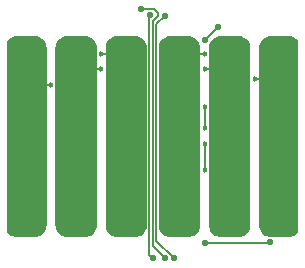
<source format=gbr>
G04 EAGLE Gerber RS-274X export*
G75*
%MOMM*%
%FSLAX34Y34*%
%LPD*%
%INBottom Copper*%
%IPPOS*%
%AMOC8*
5,1,8,0,0,1.08239X$1,22.5*%
G01*
%ADD10C,0.454000*%
%ADD11C,0.152400*%
%ADD12C,0.554000*%

G36*
X67503Y39953D02*
X67503Y39953D01*
X67504Y39951D01*
X69241Y40103D01*
X69246Y40107D01*
X69249Y40104D01*
X70933Y40556D01*
X70937Y40561D01*
X70941Y40558D01*
X72521Y41295D01*
X72524Y41301D01*
X72528Y41299D01*
X73956Y42299D01*
X73958Y42305D01*
X73963Y42305D01*
X75195Y43537D01*
X75196Y43544D01*
X75201Y43544D01*
X76201Y44972D01*
X76200Y44978D01*
X76205Y44979D01*
X76942Y46559D01*
X76940Y46565D01*
X76945Y46567D01*
X76963Y46635D01*
X77016Y46832D01*
X77068Y47029D01*
X77121Y47226D01*
X77161Y47374D01*
X77174Y47423D01*
X77214Y47571D01*
X77266Y47768D01*
X77319Y47965D01*
X77372Y48162D01*
X77396Y48251D01*
X77393Y48257D01*
X77397Y48259D01*
X77549Y49996D01*
X77547Y49999D01*
X77549Y50000D01*
X77549Y200000D01*
X77547Y200003D01*
X77549Y200004D01*
X77397Y201741D01*
X77393Y201746D01*
X77396Y201749D01*
X76945Y203433D01*
X76939Y203437D01*
X76942Y203441D01*
X76205Y205021D01*
X76199Y205024D01*
X76201Y205028D01*
X75201Y206456D01*
X75195Y206458D01*
X75195Y206463D01*
X73963Y207695D01*
X73956Y207696D01*
X73956Y207701D01*
X72528Y208701D01*
X72522Y208700D01*
X72521Y208705D01*
X70941Y209442D01*
X70935Y209440D01*
X70933Y209445D01*
X69249Y209896D01*
X69243Y209893D01*
X69241Y209897D01*
X67504Y210049D01*
X67501Y210047D01*
X67500Y210049D01*
X52500Y210049D01*
X52497Y210047D01*
X52496Y210049D01*
X50759Y209897D01*
X50754Y209893D01*
X50751Y209896D01*
X49067Y209445D01*
X49063Y209439D01*
X49059Y209442D01*
X47479Y208705D01*
X47476Y208699D01*
X47472Y208701D01*
X46044Y207701D01*
X46042Y207695D01*
X46037Y207695D01*
X44805Y206463D01*
X44804Y206456D01*
X44799Y206456D01*
X43799Y205028D01*
X43800Y205022D01*
X43795Y205021D01*
X43058Y203441D01*
X43060Y203435D01*
X43056Y203433D01*
X43027Y203326D01*
X43014Y203277D01*
X42974Y203129D01*
X42921Y202932D01*
X42869Y202735D01*
X42816Y202538D01*
X42776Y202391D01*
X42763Y202341D01*
X42723Y202194D01*
X42671Y201997D01*
X42618Y201800D01*
X42604Y201749D01*
X42607Y201743D01*
X42603Y201741D01*
X42451Y200004D01*
X42453Y200001D01*
X42451Y200000D01*
X42451Y50000D01*
X42453Y49997D01*
X42451Y49996D01*
X42603Y48259D01*
X42607Y48254D01*
X42604Y48251D01*
X43056Y46567D01*
X43061Y46563D01*
X43058Y46559D01*
X43795Y44979D01*
X43801Y44976D01*
X43799Y44972D01*
X44799Y43544D01*
X44805Y43542D01*
X44805Y43537D01*
X46037Y42305D01*
X46044Y42304D01*
X46044Y42299D01*
X47472Y41299D01*
X47478Y41300D01*
X47479Y41295D01*
X49059Y40558D01*
X49065Y40560D01*
X49067Y40556D01*
X50751Y40104D01*
X50757Y40107D01*
X50759Y40103D01*
X52496Y39951D01*
X52499Y39953D01*
X52500Y39951D01*
X67500Y39951D01*
X67503Y39953D01*
G37*
G36*
X197503Y39953D02*
X197503Y39953D01*
X197504Y39951D01*
X199241Y40103D01*
X199246Y40107D01*
X199249Y40104D01*
X200933Y40556D01*
X200937Y40561D01*
X200941Y40558D01*
X202521Y41295D01*
X202524Y41301D01*
X202528Y41299D01*
X203956Y42299D01*
X203958Y42305D01*
X203963Y42305D01*
X205195Y43537D01*
X205196Y43544D01*
X205201Y43544D01*
X206201Y44972D01*
X206200Y44978D01*
X206205Y44979D01*
X206942Y46559D01*
X206940Y46565D01*
X206945Y46567D01*
X206963Y46635D01*
X207016Y46832D01*
X207068Y47029D01*
X207121Y47226D01*
X207161Y47374D01*
X207174Y47423D01*
X207214Y47571D01*
X207266Y47768D01*
X207319Y47965D01*
X207372Y48162D01*
X207396Y48251D01*
X207393Y48257D01*
X207397Y48259D01*
X207549Y49996D01*
X207547Y49999D01*
X207549Y50000D01*
X207549Y200000D01*
X207547Y200003D01*
X207549Y200004D01*
X207397Y201741D01*
X207393Y201746D01*
X207396Y201749D01*
X206945Y203433D01*
X206939Y203437D01*
X206942Y203441D01*
X206205Y205021D01*
X206199Y205024D01*
X206201Y205028D01*
X205201Y206456D01*
X205195Y206458D01*
X205195Y206463D01*
X203963Y207695D01*
X203956Y207696D01*
X203956Y207701D01*
X202528Y208701D01*
X202522Y208700D01*
X202521Y208705D01*
X200941Y209442D01*
X200935Y209440D01*
X200933Y209445D01*
X199249Y209896D01*
X199243Y209893D01*
X199241Y209897D01*
X197504Y210049D01*
X197501Y210047D01*
X197500Y210049D01*
X182500Y210049D01*
X182497Y210047D01*
X182496Y210049D01*
X180759Y209897D01*
X180754Y209893D01*
X180751Y209896D01*
X179067Y209445D01*
X179063Y209439D01*
X179059Y209442D01*
X177479Y208705D01*
X177476Y208699D01*
X177472Y208701D01*
X176044Y207701D01*
X176042Y207695D01*
X176037Y207695D01*
X174805Y206463D01*
X174804Y206456D01*
X174799Y206456D01*
X173799Y205028D01*
X173800Y205022D01*
X173795Y205021D01*
X173058Y203441D01*
X173060Y203435D01*
X173056Y203433D01*
X173027Y203326D01*
X173014Y203277D01*
X172974Y203129D01*
X172921Y202932D01*
X172869Y202735D01*
X172816Y202538D01*
X172776Y202391D01*
X172763Y202341D01*
X172723Y202194D01*
X172671Y201997D01*
X172618Y201800D01*
X172604Y201749D01*
X172607Y201743D01*
X172603Y201741D01*
X172451Y200004D01*
X172453Y200001D01*
X172451Y200000D01*
X172451Y50000D01*
X172453Y49997D01*
X172451Y49996D01*
X172603Y48259D01*
X172607Y48254D01*
X172604Y48251D01*
X173056Y46567D01*
X173061Y46563D01*
X173058Y46559D01*
X173795Y44979D01*
X173801Y44976D01*
X173799Y44972D01*
X174799Y43544D01*
X174805Y43542D01*
X174805Y43537D01*
X176037Y42305D01*
X176044Y42304D01*
X176044Y42299D01*
X177472Y41299D01*
X177478Y41300D01*
X177479Y41295D01*
X179059Y40558D01*
X179065Y40560D01*
X179067Y40556D01*
X180751Y40104D01*
X180757Y40107D01*
X180759Y40103D01*
X182496Y39951D01*
X182499Y39953D01*
X182500Y39951D01*
X197500Y39951D01*
X197503Y39953D01*
G37*
G36*
X155003Y39953D02*
X155003Y39953D01*
X155004Y39951D01*
X156741Y40103D01*
X156746Y40107D01*
X156749Y40104D01*
X158433Y40556D01*
X158437Y40561D01*
X158441Y40558D01*
X160021Y41295D01*
X160024Y41301D01*
X160028Y41299D01*
X161456Y42299D01*
X161458Y42305D01*
X161463Y42305D01*
X162695Y43537D01*
X162696Y43544D01*
X162701Y43544D01*
X163701Y44972D01*
X163700Y44978D01*
X163705Y44979D01*
X164442Y46559D01*
X164440Y46565D01*
X164445Y46567D01*
X164463Y46635D01*
X164516Y46832D01*
X164568Y47029D01*
X164621Y47226D01*
X164661Y47374D01*
X164674Y47423D01*
X164714Y47571D01*
X164766Y47768D01*
X164819Y47965D01*
X164872Y48162D01*
X164896Y48251D01*
X164893Y48257D01*
X164897Y48259D01*
X165049Y49996D01*
X165047Y49999D01*
X165049Y50000D01*
X165049Y200000D01*
X165047Y200003D01*
X165049Y200004D01*
X164897Y201741D01*
X164893Y201746D01*
X164896Y201749D01*
X164445Y203433D01*
X164439Y203437D01*
X164442Y203441D01*
X163705Y205021D01*
X163699Y205024D01*
X163701Y205028D01*
X162701Y206456D01*
X162695Y206458D01*
X162695Y206463D01*
X161463Y207695D01*
X161456Y207696D01*
X161456Y207701D01*
X160028Y208701D01*
X160022Y208700D01*
X160021Y208705D01*
X158441Y209442D01*
X158435Y209440D01*
X158433Y209445D01*
X156749Y209896D01*
X156743Y209893D01*
X156741Y209897D01*
X155004Y210049D01*
X155001Y210047D01*
X155000Y210049D01*
X140000Y210049D01*
X139997Y210047D01*
X139996Y210049D01*
X138259Y209897D01*
X138254Y209893D01*
X138251Y209896D01*
X136567Y209445D01*
X136563Y209439D01*
X136559Y209442D01*
X134979Y208705D01*
X134976Y208699D01*
X134972Y208701D01*
X133544Y207701D01*
X133542Y207695D01*
X133537Y207695D01*
X132305Y206463D01*
X132304Y206456D01*
X132299Y206456D01*
X131299Y205028D01*
X131300Y205022D01*
X131295Y205021D01*
X130558Y203441D01*
X130560Y203435D01*
X130556Y203433D01*
X130527Y203326D01*
X130514Y203277D01*
X130474Y203129D01*
X130421Y202932D01*
X130369Y202735D01*
X130316Y202538D01*
X130276Y202391D01*
X130263Y202341D01*
X130223Y202194D01*
X130171Y201997D01*
X130118Y201800D01*
X130104Y201749D01*
X130107Y201743D01*
X130103Y201741D01*
X130033Y200941D01*
X130035Y200938D01*
X130033Y200937D01*
X130033Y49063D01*
X130035Y49061D01*
X130033Y49059D01*
X130103Y48259D01*
X130107Y48254D01*
X130104Y48251D01*
X130556Y46567D01*
X130561Y46563D01*
X130558Y46559D01*
X131295Y44979D01*
X131301Y44976D01*
X131299Y44972D01*
X132299Y43544D01*
X132305Y43542D01*
X132305Y43537D01*
X133537Y42305D01*
X133544Y42304D01*
X133544Y42299D01*
X134972Y41299D01*
X134978Y41300D01*
X134979Y41295D01*
X136559Y40558D01*
X136565Y40560D01*
X136567Y40556D01*
X138251Y40104D01*
X138257Y40107D01*
X138259Y40103D01*
X139996Y39951D01*
X139999Y39953D01*
X140000Y39951D01*
X155000Y39951D01*
X155003Y39953D01*
G37*
G36*
X110003Y39953D02*
X110003Y39953D01*
X110004Y39951D01*
X111741Y40103D01*
X111746Y40107D01*
X111749Y40104D01*
X113433Y40556D01*
X113437Y40561D01*
X113441Y40558D01*
X115021Y41295D01*
X115024Y41301D01*
X115028Y41299D01*
X116456Y42299D01*
X116458Y42305D01*
X116463Y42305D01*
X117695Y43537D01*
X117696Y43544D01*
X117701Y43544D01*
X118701Y44972D01*
X118700Y44978D01*
X118705Y44979D01*
X119442Y46559D01*
X119440Y46565D01*
X119445Y46567D01*
X119463Y46635D01*
X119516Y46832D01*
X119568Y47029D01*
X119621Y47226D01*
X119661Y47374D01*
X119674Y47423D01*
X119714Y47571D01*
X119766Y47768D01*
X119819Y47965D01*
X119872Y48162D01*
X119896Y48251D01*
X119893Y48257D01*
X119897Y48259D01*
X119967Y49059D01*
X119965Y49062D01*
X119967Y49063D01*
X119967Y200937D01*
X119965Y200940D01*
X119967Y200941D01*
X119897Y201741D01*
X119893Y201746D01*
X119896Y201749D01*
X119445Y203433D01*
X119439Y203437D01*
X119442Y203441D01*
X118705Y205021D01*
X118699Y205024D01*
X118701Y205028D01*
X117701Y206456D01*
X117695Y206458D01*
X117695Y206463D01*
X116463Y207695D01*
X116456Y207696D01*
X116456Y207701D01*
X115028Y208701D01*
X115022Y208700D01*
X115021Y208705D01*
X113441Y209442D01*
X113435Y209440D01*
X113433Y209445D01*
X111749Y209896D01*
X111743Y209893D01*
X111741Y209897D01*
X110004Y210049D01*
X110001Y210047D01*
X110000Y210049D01*
X95000Y210049D01*
X94997Y210047D01*
X94996Y210049D01*
X93259Y209897D01*
X93254Y209893D01*
X93251Y209896D01*
X91567Y209445D01*
X91563Y209439D01*
X91559Y209442D01*
X89979Y208705D01*
X89976Y208699D01*
X89972Y208701D01*
X88544Y207701D01*
X88542Y207695D01*
X88537Y207695D01*
X87305Y206463D01*
X87304Y206456D01*
X87299Y206456D01*
X86299Y205028D01*
X86300Y205022D01*
X86295Y205021D01*
X85558Y203441D01*
X85560Y203435D01*
X85556Y203433D01*
X85527Y203326D01*
X85514Y203277D01*
X85474Y203129D01*
X85421Y202932D01*
X85369Y202735D01*
X85316Y202538D01*
X85276Y202391D01*
X85263Y202341D01*
X85223Y202194D01*
X85171Y201997D01*
X85118Y201800D01*
X85104Y201749D01*
X85107Y201743D01*
X85103Y201741D01*
X84951Y200004D01*
X84953Y200001D01*
X84951Y200000D01*
X84951Y50000D01*
X84953Y49997D01*
X84951Y49996D01*
X85103Y48259D01*
X85107Y48254D01*
X85104Y48251D01*
X85556Y46567D01*
X85561Y46563D01*
X85558Y46559D01*
X86295Y44979D01*
X86301Y44976D01*
X86299Y44972D01*
X87299Y43544D01*
X87305Y43542D01*
X87305Y43537D01*
X88537Y42305D01*
X88544Y42304D01*
X88544Y42299D01*
X89972Y41299D01*
X89978Y41300D01*
X89979Y41295D01*
X91559Y40558D01*
X91565Y40560D01*
X91567Y40556D01*
X93251Y40104D01*
X93257Y40107D01*
X93259Y40103D01*
X94996Y39951D01*
X94999Y39953D01*
X95000Y39951D01*
X110000Y39951D01*
X110003Y39953D01*
G37*
G36*
X25003Y39953D02*
X25003Y39953D01*
X25004Y39951D01*
X26741Y40103D01*
X26746Y40107D01*
X26749Y40104D01*
X28433Y40556D01*
X28437Y40561D01*
X28441Y40558D01*
X30021Y41295D01*
X30024Y41301D01*
X30028Y41299D01*
X31456Y42299D01*
X31458Y42305D01*
X31463Y42305D01*
X32695Y43537D01*
X32696Y43544D01*
X32701Y43544D01*
X33701Y44972D01*
X33700Y44978D01*
X33705Y44979D01*
X34442Y46559D01*
X34440Y46565D01*
X34445Y46567D01*
X34463Y46635D01*
X34516Y46832D01*
X34568Y47029D01*
X34621Y47226D01*
X34661Y47374D01*
X34674Y47423D01*
X34714Y47571D01*
X34766Y47768D01*
X34819Y47965D01*
X34872Y48162D01*
X34896Y48251D01*
X34893Y48257D01*
X34897Y48259D01*
X35049Y49996D01*
X35047Y49999D01*
X35049Y50000D01*
X35049Y200000D01*
X35047Y200003D01*
X35049Y200004D01*
X34897Y201741D01*
X34893Y201746D01*
X34896Y201749D01*
X34445Y203433D01*
X34439Y203437D01*
X34442Y203441D01*
X33705Y205021D01*
X33699Y205024D01*
X33701Y205028D01*
X32701Y206456D01*
X32695Y206458D01*
X32695Y206463D01*
X31463Y207695D01*
X31456Y207696D01*
X31456Y207701D01*
X30028Y208701D01*
X30022Y208700D01*
X30021Y208705D01*
X28441Y209442D01*
X28435Y209440D01*
X28433Y209445D01*
X26749Y209896D01*
X26743Y209893D01*
X26741Y209897D01*
X25004Y210049D01*
X25001Y210047D01*
X25000Y210049D01*
X10000Y210049D01*
X9997Y210047D01*
X9996Y210049D01*
X8259Y209897D01*
X8254Y209893D01*
X8251Y209896D01*
X6567Y209445D01*
X6563Y209439D01*
X6559Y209442D01*
X4979Y208705D01*
X4976Y208699D01*
X4972Y208701D01*
X3544Y207701D01*
X3542Y207695D01*
X3537Y207695D01*
X2305Y206463D01*
X2304Y206456D01*
X2299Y206456D01*
X1788Y205725D01*
X1788Y205705D01*
X1779Y205697D01*
X1779Y44303D01*
X1791Y44286D01*
X1788Y44275D01*
X2299Y43544D01*
X2305Y43542D01*
X2305Y43537D01*
X3537Y42305D01*
X3544Y42304D01*
X3544Y42299D01*
X4972Y41299D01*
X4978Y41300D01*
X4979Y41295D01*
X6559Y40558D01*
X6565Y40560D01*
X6567Y40556D01*
X8251Y40104D01*
X8257Y40107D01*
X8259Y40103D01*
X9996Y39951D01*
X9999Y39953D01*
X10000Y39951D01*
X25000Y39951D01*
X25003Y39953D01*
G37*
G36*
X240003Y39953D02*
X240003Y39953D01*
X240004Y39951D01*
X241741Y40103D01*
X241746Y40107D01*
X241749Y40104D01*
X243433Y40556D01*
X243437Y40561D01*
X243441Y40558D01*
X245021Y41295D01*
X245024Y41301D01*
X245028Y41299D01*
X246456Y42299D01*
X246458Y42305D01*
X246463Y42305D01*
X247695Y43537D01*
X247696Y43544D01*
X247701Y43544D01*
X248212Y44275D01*
X248212Y44295D01*
X248221Y44303D01*
X248221Y205697D01*
X248209Y205714D01*
X248212Y205725D01*
X247701Y206456D01*
X247695Y206458D01*
X247695Y206463D01*
X246463Y207695D01*
X246456Y207696D01*
X246456Y207701D01*
X245028Y208701D01*
X245022Y208700D01*
X245021Y208705D01*
X243441Y209442D01*
X243435Y209440D01*
X243433Y209445D01*
X241749Y209896D01*
X241743Y209893D01*
X241741Y209897D01*
X240004Y210049D01*
X240001Y210047D01*
X240000Y210049D01*
X225000Y210049D01*
X224997Y210047D01*
X224996Y210049D01*
X223259Y209897D01*
X223254Y209893D01*
X223251Y209896D01*
X221567Y209445D01*
X221563Y209439D01*
X221559Y209442D01*
X219979Y208705D01*
X219976Y208699D01*
X219972Y208701D01*
X218544Y207701D01*
X218542Y207695D01*
X218537Y207695D01*
X217305Y206463D01*
X217304Y206456D01*
X217299Y206456D01*
X216299Y205028D01*
X216300Y205022D01*
X216295Y205021D01*
X215558Y203441D01*
X215560Y203435D01*
X215556Y203433D01*
X215527Y203326D01*
X215514Y203277D01*
X215474Y203129D01*
X215421Y202932D01*
X215369Y202735D01*
X215316Y202538D01*
X215276Y202391D01*
X215263Y202341D01*
X215223Y202194D01*
X215171Y201997D01*
X215118Y201800D01*
X215104Y201749D01*
X215107Y201743D01*
X215103Y201741D01*
X214951Y200004D01*
X214953Y200001D01*
X214951Y200000D01*
X214951Y50000D01*
X214953Y49997D01*
X214951Y49996D01*
X215103Y48259D01*
X215107Y48254D01*
X215104Y48251D01*
X215556Y46567D01*
X215561Y46563D01*
X215558Y46559D01*
X216295Y44979D01*
X216301Y44976D01*
X216299Y44972D01*
X217299Y43544D01*
X217305Y43542D01*
X217305Y43537D01*
X218537Y42305D01*
X218544Y42304D01*
X218544Y42299D01*
X219972Y41299D01*
X219978Y41300D01*
X219979Y41295D01*
X221559Y40558D01*
X221565Y40560D01*
X221567Y40556D01*
X223251Y40104D01*
X223257Y40107D01*
X223259Y40103D01*
X223967Y40041D01*
X223970Y40043D01*
X223972Y40041D01*
X225674Y40041D01*
X225749Y39965D01*
X225776Y39962D01*
X225784Y39951D01*
X240000Y39951D01*
X240003Y39953D01*
G37*
D10*
X168800Y182000D03*
D11*
X174000Y182000D01*
D10*
X81300Y195000D03*
D11*
X88000Y195000D01*
D10*
X38800Y169000D03*
D11*
X33000Y169000D01*
D12*
X125000Y22000D03*
X123000Y228000D03*
D11*
X122000Y227000D01*
X122000Y25000D01*
X125000Y22000D01*
D12*
X143000Y22000D03*
D11*
X128000Y37000D01*
X128000Y220000D01*
X135000Y227000D01*
D12*
X135000Y227000D03*
D10*
X168800Y195000D03*
D11*
X163000Y195000D01*
D10*
X81300Y182000D03*
D11*
X74000Y182000D01*
D10*
X211300Y174000D03*
D11*
X218000Y174000D01*
D12*
X224000Y36000D03*
D11*
X223000Y35000D01*
X169000Y35000D01*
D12*
X169000Y35000D03*
X180000Y218000D03*
X168866Y206866D03*
D11*
X180000Y218000D01*
D10*
X168800Y132000D03*
X168800Y150000D03*
D11*
X168800Y132000D01*
D10*
X168800Y119000D03*
X168800Y97000D03*
D11*
X168800Y119000D01*
D12*
X135000Y22000D03*
D11*
X124794Y32206D01*
X124794Y222794D01*
X129000Y227000D01*
X129000Y230000D01*
X126000Y233000D01*
X115000Y233000D01*
D12*
X115000Y233000D03*
M02*

</source>
